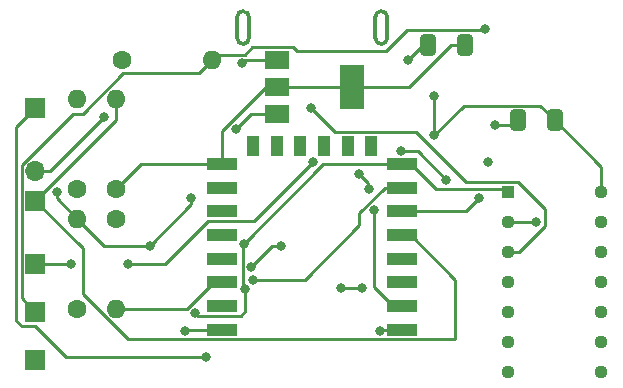
<source format=gbr>
%TF.GenerationSoftware,KiCad,Pcbnew,(6.0.5)*%
%TF.CreationDate,2022-11-09T18:14:35+05:30*%
%TF.ProjectId,USBNightLightV1,5553424e-6967-4687-944c-696768745631,rev?*%
%TF.SameCoordinates,Original*%
%TF.FileFunction,Copper,L2,Bot*%
%TF.FilePolarity,Positive*%
%FSLAX46Y46*%
G04 Gerber Fmt 4.6, Leading zero omitted, Abs format (unit mm)*
G04 Created by KiCad (PCBNEW (6.0.5)) date 2022-11-09 18:14:35*
%MOMM*%
%LPD*%
G01*
G04 APERTURE LIST*
G04 Aperture macros list*
%AMRoundRect*
0 Rectangle with rounded corners*
0 $1 Rounding radius*
0 $2 $3 $4 $5 $6 $7 $8 $9 X,Y pos of 4 corners*
0 Add a 4 corners polygon primitive as box body*
4,1,4,$2,$3,$4,$5,$6,$7,$8,$9,$2,$3,0*
0 Add four circle primitives for the rounded corners*
1,1,$1+$1,$2,$3*
1,1,$1+$1,$4,$5*
1,1,$1+$1,$6,$7*
1,1,$1+$1,$8,$9*
0 Add four rect primitives between the rounded corners*
20,1,$1+$1,$2,$3,$4,$5,0*
20,1,$1+$1,$4,$5,$6,$7,0*
20,1,$1+$1,$6,$7,$8,$9,0*
20,1,$1+$1,$8,$9,$2,$3,0*%
G04 Aperture macros list end*
%TA.AperFunction,EtchedComponent*%
%ADD10C,0.300000*%
%TD*%
%TA.AperFunction,SMDPad,CuDef*%
%ADD11RoundRect,0.250000X0.412500X0.650000X-0.412500X0.650000X-0.412500X-0.650000X0.412500X-0.650000X0*%
%TD*%
%TA.AperFunction,ComponentPad*%
%ADD12R,1.700000X1.700000*%
%TD*%
%TA.AperFunction,ComponentPad*%
%ADD13O,1.700000X1.700000*%
%TD*%
%TA.AperFunction,ComponentPad*%
%ADD14C,1.600000*%
%TD*%
%TA.AperFunction,ComponentPad*%
%ADD15O,1.600000X1.600000*%
%TD*%
%TA.AperFunction,ComponentPad*%
%ADD16R,1.130000X1.130000*%
%TD*%
%TA.AperFunction,ComponentPad*%
%ADD17C,1.130000*%
%TD*%
%TA.AperFunction,SMDPad,CuDef*%
%ADD18R,2.000000X1.500000*%
%TD*%
%TA.AperFunction,SMDPad,CuDef*%
%ADD19R,2.000000X3.800000*%
%TD*%
%TA.AperFunction,SMDPad,CuDef*%
%ADD20R,2.500000X1.000000*%
%TD*%
%TA.AperFunction,SMDPad,CuDef*%
%ADD21R,1.000000X1.800000*%
%TD*%
%TA.AperFunction,ViaPad*%
%ADD22C,0.800000*%
%TD*%
%TA.AperFunction,Conductor*%
%ADD23C,0.250000*%
%TD*%
G04 APERTURE END LIST*
D10*
%TO.C,J1*%
X137219025Y-71296100D02*
X137219025Y-69496100D01*
X148919025Y-71296100D02*
X148919025Y-69496100D01*
X138219025Y-69496100D02*
X138219025Y-71296100D01*
X149919025Y-69496100D02*
X149919025Y-71296100D01*
X148919025Y-71296100D02*
G75*
G03*
X149419025Y-71796100I500001J1D01*
G01*
X137719025Y-71796100D02*
G75*
G03*
X138219025Y-71296100I0J500000D01*
G01*
X149419025Y-68996100D02*
G75*
G03*
X148919025Y-69496100I1J-500001D01*
G01*
X149919025Y-69496100D02*
G75*
G03*
X149419025Y-68996100I-500001J-1D01*
G01*
X137219025Y-71296100D02*
G75*
G03*
X137719025Y-71796100I500000J0D01*
G01*
X149419025Y-71796100D02*
G75*
G03*
X149919025Y-71296100I-1J500001D01*
G01*
X137719025Y-68996100D02*
G75*
G03*
X137219025Y-69496100I0J-500000D01*
G01*
X138219025Y-69496100D02*
G75*
G03*
X137719025Y-68996100I-500000J0D01*
G01*
%TD*%
D11*
%TO.P,C2,1*%
%TO.N,3.3V*%
X156502500Y-71882000D03*
%TO.P,C2,2*%
%TO.N,GND*%
X153377500Y-71882000D03*
%TD*%
%TO.P,C1,1*%
%TO.N,VCC*%
X164122500Y-78232000D03*
%TO.P,C1,2*%
%TO.N,GND*%
X160997500Y-78232000D03*
%TD*%
D12*
%TO.P,J5,1,Pin_1*%
%TO.N,GPIO0*%
X120142000Y-85095000D03*
D13*
%TO.P,J5,2,Pin_2*%
%TO.N,GND*%
X120142000Y-82555000D03*
%TD*%
D14*
%TO.P,R3,1*%
%TO.N,3.3V*%
X127000000Y-84074000D03*
D15*
%TO.P,R3,2*%
%TO.N,GPIO0*%
X127000000Y-76454000D03*
%TD*%
D12*
%TO.P,J4,1,Pin_1*%
%TO.N,Net-(J4-Pad1)*%
X120142000Y-94488000D03*
%TD*%
D16*
%TO.P,IC1,1,1~{OE}*%
%TO.N,GND*%
X160114000Y-84328000D03*
D17*
%TO.P,IC1,2,1A*%
%TO.N,DataI{slash}P*%
X160114000Y-86868000D03*
%TO.P,IC1,3,1Y*%
%TO.N,DataO{slash}P*%
X160114000Y-89408000D03*
%TO.P,IC1,4,2~{OE}*%
%TO.N,unconnected-(IC1-Pad4)*%
X160114000Y-91948000D03*
%TO.P,IC1,5,2A*%
%TO.N,unconnected-(IC1-Pad5)*%
X160114000Y-94488000D03*
%TO.P,IC1,6,2Y*%
%TO.N,unconnected-(IC1-Pad6)*%
X160114000Y-97028000D03*
%TO.P,IC1,7,GND*%
%TO.N,GND*%
X160114000Y-99568000D03*
%TO.P,IC1,8,3Y*%
%TO.N,unconnected-(IC1-Pad8)*%
X168054000Y-99568000D03*
%TO.P,IC1,9,3A*%
%TO.N,unconnected-(IC1-Pad9)*%
X168054000Y-97028000D03*
%TO.P,IC1,10,3~{OE}*%
%TO.N,unconnected-(IC1-Pad10)*%
X168054000Y-94488000D03*
%TO.P,IC1,11,4Y*%
%TO.N,unconnected-(IC1-Pad11)*%
X168054000Y-91948000D03*
%TO.P,IC1,12,4A*%
%TO.N,unconnected-(IC1-Pad12)*%
X168054000Y-89408000D03*
%TO.P,IC1,13,4~{OE}*%
%TO.N,unconnected-(IC1-Pad13)*%
X168054000Y-86868000D03*
%TO.P,IC1,14,VCC*%
%TO.N,VCC*%
X168054000Y-84328000D03*
%TD*%
D12*
%TO.P,J3,1,Pin_1*%
%TO.N,Net-(J3-Pad1)*%
X120142000Y-90424000D03*
%TD*%
D14*
%TO.P,R4,1*%
%TO.N,Net-(R4-Pad1)*%
X123698000Y-94234000D03*
D15*
%TO.P,R4,2*%
%TO.N,GND*%
X123698000Y-86614000D03*
%TD*%
D12*
%TO.P,J2,1,Pin_1*%
%TO.N,Net-(J2-Pad1)*%
X120142000Y-77216000D03*
%TD*%
D14*
%TO.P,R2,1*%
%TO.N,3.3V*%
X123698000Y-84074000D03*
D15*
%TO.P,R2,2*%
%TO.N,Net-(R2-Pad2)*%
X123698000Y-76454000D03*
%TD*%
D14*
%TO.P,R5,1*%
%TO.N,3.3V*%
X127508000Y-73152000D03*
D15*
%TO.P,R5,2*%
%TO.N,Net-(J4-Pad1)*%
X135128000Y-73152000D03*
%TD*%
D12*
%TO.P,J6,1,Pin_1*%
%TO.N,DataI{slash}P*%
X120142000Y-98552000D03*
%TD*%
D14*
%TO.P,R1,1*%
%TO.N,3.3V*%
X127000000Y-86614000D03*
D15*
%TO.P,R1,2*%
%TO.N,Net-(R1-Pad2)*%
X127000000Y-94234000D03*
%TD*%
D18*
%TO.P,U2,1,GND*%
%TO.N,GND*%
X140614000Y-77738000D03*
%TO.P,U2,2,VO*%
%TO.N,3.3V*%
X140614000Y-75438000D03*
D19*
X146914000Y-75438000D03*
D18*
%TO.P,U2,3,VI*%
%TO.N,VCC*%
X140614000Y-73138000D03*
%TD*%
D20*
%TO.P,U1,1,~{RST}*%
%TO.N,Net-(R2-Pad2)*%
X135969000Y-95963000D03*
%TO.P,U1,2,ADC*%
%TO.N,unconnected-(U1-Pad2)*%
X135969000Y-93963000D03*
%TO.P,U1,3,EN*%
%TO.N,Net-(R1-Pad2)*%
X135969000Y-91963000D03*
%TO.P,U1,4,GPIO16*%
%TO.N,unconnected-(U1-Pad4)*%
X135969000Y-89963000D03*
%TO.P,U1,5,GPIO14*%
%TO.N,unconnected-(U1-Pad5)*%
X135969000Y-87963000D03*
%TO.P,U1,6,GPIO12*%
%TO.N,unconnected-(U1-Pad6)*%
X135969000Y-85963000D03*
%TO.P,U1,7,GPIO13*%
%TO.N,unconnected-(U1-Pad7)*%
X135969000Y-83963000D03*
%TO.P,U1,8,VCC*%
%TO.N,3.3V*%
X135969000Y-81963000D03*
D21*
%TO.P,U1,9,CS0*%
%TO.N,unconnected-(U1-Pad9)*%
X138569000Y-80463000D03*
%TO.P,U1,10,MISO*%
%TO.N,unconnected-(U1-Pad10)*%
X140569000Y-80463000D03*
%TO.P,U1,11,GPIO9*%
%TO.N,unconnected-(U1-Pad11)*%
X142569000Y-80463000D03*
%TO.P,U1,12,GPIO10*%
%TO.N,unconnected-(U1-Pad12)*%
X144569000Y-80463000D03*
%TO.P,U1,13,MOSI*%
%TO.N,unconnected-(U1-Pad13)*%
X146569000Y-80463000D03*
%TO.P,U1,14,SCLK*%
%TO.N,unconnected-(U1-Pad14)*%
X148569000Y-80463000D03*
D20*
%TO.P,U1,15,GND*%
%TO.N,GND*%
X151169000Y-81963000D03*
%TO.P,U1,16,GPIO15*%
%TO.N,Net-(R4-Pad1)*%
X151169000Y-83963000D03*
%TO.P,U1,17,GPIO2*%
%TO.N,Net-(J4-Pad1)*%
X151169000Y-85963000D03*
%TO.P,U1,18,GPIO0*%
%TO.N,GPIO0*%
X151169000Y-87963000D03*
%TO.P,U1,19,GPIO4*%
%TO.N,unconnected-(U1-Pad19)*%
X151169000Y-89963000D03*
%TO.P,U1,20,GPIO5*%
%TO.N,unconnected-(U1-Pad20)*%
X151169000Y-91963000D03*
%TO.P,U1,21,GPIO3/RXD*%
%TO.N,Net-(J3-Pad1)*%
X151169000Y-93963000D03*
%TO.P,U1,22,GPIO1/TXD*%
%TO.N,Net-(J2-Pad1)*%
X151169000Y-95963000D03*
%TD*%
D22*
%TO.N,GND*%
X159060000Y-78650000D03*
%TO.N,Net-(J4-Pad1)*%
X158170000Y-70510000D03*
%TO.N,GND*%
X151675900Y-73146100D03*
%TO.N,VCC*%
X137668000Y-73406000D03*
X153924000Y-76200000D03*
X153924000Y-79502000D03*
%TO.N,GND*%
X137774162Y-88689269D03*
X133350000Y-84836000D03*
X121926799Y-84334799D03*
X137160000Y-78994000D03*
X125984000Y-77978000D03*
X133667312Y-94539286D03*
X129809989Y-88900000D03*
X137922000Y-92563989D03*
%TO.N,DataO{slash}P*%
X143510000Y-77216000D03*
%TO.N,Net-(D5-Pad4)*%
X151130000Y-80863498D03*
X154940000Y-83312000D03*
%TO.N,Net-(D6-Pad4)*%
X140970000Y-88900000D03*
X138430000Y-90678000D03*
%TO.N,Net-(D8-Pad4)*%
X147818011Y-92456000D03*
X146050000Y-92456000D03*
%TO.N,DataI{slash}P*%
X162560000Y-86868000D03*
%TO.N,Net-(J2-Pad1)*%
X134620000Y-98298000D03*
X149352000Y-96063011D03*
%TO.N,Net-(J3-Pad1)*%
X148340299Y-84078299D03*
X123190000Y-90424000D03*
X143624850Y-81813982D03*
X148844000Y-85852000D03*
X147569701Y-82799701D03*
X128016000Y-90424000D03*
%TO.N,Net-(J4-Pad1)*%
X158462201Y-81821799D03*
X157734000Y-84836000D03*
%TO.N,Net-(R2-Pad2)*%
X132842000Y-96063011D03*
%TO.N,Net-(R4-Pad1)*%
X138528649Y-91769646D03*
%TD*%
D23*
%TO.N,VCC*%
X156418520Y-77007480D02*
X153924000Y-79502000D01*
X164122500Y-78232000D02*
X162897980Y-77007480D01*
X162897980Y-77007480D02*
X156418520Y-77007480D01*
X168054000Y-82163500D02*
X168054000Y-84328000D01*
X164122500Y-78232000D02*
X168054000Y-82163500D01*
%TO.N,3.3V*%
X151742000Y-75438000D02*
X146914000Y-75438000D01*
X155298000Y-71882000D02*
X151742000Y-75438000D01*
X156502500Y-71882000D02*
X155298000Y-71882000D01*
%TO.N,GND*%
X160579500Y-78650000D02*
X160997500Y-78232000D01*
X159060000Y-78650000D02*
X160579500Y-78650000D01*
%TO.N,Net-(J4-Pad1)*%
X158068000Y-70612000D02*
X158170000Y-70510000D01*
X157861717Y-70612000D02*
X158068000Y-70612000D01*
%TO.N,GND*%
X153377500Y-71882000D02*
X152940000Y-71882000D01*
X152940000Y-71882000D02*
X151675900Y-73146100D01*
%TO.N,VCC*%
X153924000Y-79502000D02*
X153924000Y-76200000D01*
X140614000Y-73138000D02*
X137936000Y-73138000D01*
X137936000Y-73138000D02*
X137668000Y-73406000D01*
%TO.N,GND*%
X137705489Y-88757942D02*
X137705489Y-92347478D01*
X129809989Y-88900000D02*
X125984000Y-88900000D01*
X159860000Y-84074000D02*
X160114000Y-84328000D01*
X121926799Y-84842799D02*
X121926799Y-84334799D01*
X121407000Y-82555000D02*
X125984000Y-77978000D01*
X133350000Y-85359989D02*
X129809989Y-88900000D01*
X133350000Y-84836000D02*
X133350000Y-85359989D01*
X125984000Y-88900000D02*
X123698000Y-86614000D01*
X138416000Y-77738000D02*
X140614000Y-77738000D01*
X144500431Y-81963000D02*
X137774162Y-88689269D01*
X151169000Y-81963000D02*
X151919000Y-81963000D01*
X120142000Y-82555000D02*
X121407000Y-82555000D01*
X137774162Y-88689269D02*
X137705489Y-88757942D01*
X137543511Y-94787511D02*
X133915537Y-94787511D01*
X133915537Y-94787511D02*
X133667312Y-94539286D01*
X123698000Y-86614000D02*
X121926799Y-84842799D01*
X137922000Y-92563989D02*
X137922000Y-94409022D01*
X137705489Y-92347478D02*
X137922000Y-92563989D01*
X137160000Y-78994000D02*
X138416000Y-77738000D01*
X151919000Y-81963000D02*
X154030000Y-84074000D01*
X151169000Y-81963000D02*
X144500431Y-81963000D01*
X154030000Y-84074000D02*
X159860000Y-84074000D01*
X137922000Y-94409022D02*
X137543511Y-94787511D01*
%TO.N,3.3V*%
X139691386Y-75438000D02*
X140614000Y-75438000D01*
X135969000Y-79160386D02*
X139691386Y-75438000D01*
X135969000Y-81963000D02*
X135969000Y-79160386D01*
X127000000Y-84074000D02*
X129111000Y-81963000D01*
X140614000Y-75438000D02*
X146914000Y-75438000D01*
X129111000Y-81963000D02*
X135969000Y-81963000D01*
%TO.N,DataO{slash}P*%
X161044614Y-89408000D02*
X160114000Y-89408000D01*
X156590489Y-83438489D02*
X161003511Y-83438489D01*
X152390489Y-79238489D02*
X156590489Y-83438489D01*
X143510000Y-77216000D02*
X145532489Y-79238489D01*
X161003511Y-83438489D02*
X163284511Y-85719489D01*
X163284511Y-85719489D02*
X163284511Y-87168103D01*
X163284511Y-87168103D02*
X161044614Y-89408000D01*
X145532489Y-79238489D02*
X152390489Y-79238489D01*
%TO.N,Net-(D5-Pad4)*%
X151130000Y-80863498D02*
X152491498Y-80863498D01*
X152491498Y-80863498D02*
X154940000Y-83312000D01*
%TO.N,Net-(D6-Pad4)*%
X140208000Y-88900000D02*
X138430000Y-90678000D01*
X140970000Y-88900000D02*
X140208000Y-88900000D01*
%TO.N,Net-(D8-Pad4)*%
X147818011Y-92456000D02*
X146050000Y-92456000D01*
%TO.N,DataI{slash}P*%
X162560000Y-86868000D02*
X160114000Y-86868000D01*
%TO.N,Net-(J2-Pad1)*%
X149452011Y-95963000D02*
X149352000Y-96063011D01*
X134620000Y-98298000D02*
X122745022Y-98298000D01*
X122745022Y-98298000D02*
X120109533Y-95662511D01*
X118967489Y-95662511D02*
X118517969Y-95212991D01*
X118517969Y-78840031D02*
X120142000Y-77216000D01*
X151169000Y-95963000D02*
X149452011Y-95963000D01*
X120109533Y-95662511D02*
X118967489Y-95662511D01*
X118517969Y-95212991D02*
X118517969Y-78840031D01*
%TO.N,Net-(J3-Pad1)*%
X148844000Y-92388000D02*
X148844000Y-85852000D01*
X150419000Y-93963000D02*
X148844000Y-92388000D01*
X148336000Y-83566000D02*
X148336000Y-84074000D01*
X131108978Y-90424000D02*
X134745467Y-86787511D01*
X151169000Y-93963000D02*
X150419000Y-93963000D01*
X134745467Y-86787511D02*
X138651321Y-86787511D01*
X120142000Y-90424000D02*
X123190000Y-90424000D01*
X138651321Y-86787511D02*
X143624850Y-81813982D01*
X147569701Y-82799701D02*
X148336000Y-83566000D01*
X148336000Y-84074000D02*
X148340299Y-84078299D01*
X128016000Y-90424000D02*
X131108978Y-90424000D01*
%TO.N,Net-(J4-Pad1)*%
X123311990Y-77724000D02*
X124139700Y-77724000D01*
X156607000Y-85963000D02*
X157734000Y-84836000D01*
X137884511Y-72681489D02*
X135598511Y-72681489D01*
X141938511Y-72063489D02*
X138502511Y-72063489D01*
X157861717Y-70612000D02*
X151638000Y-70612000D01*
X118967489Y-93313489D02*
X118967489Y-82068501D01*
X124139700Y-77724000D02*
X127587189Y-74276511D01*
X138502511Y-72063489D02*
X137884511Y-72681489D01*
X120142000Y-94488000D02*
X118967489Y-93313489D01*
X118967489Y-82068501D02*
X123311990Y-77724000D01*
X142265022Y-72390000D02*
X141938511Y-72063489D01*
X134003489Y-74276511D02*
X135128000Y-73152000D01*
X127587189Y-74276511D02*
X134003489Y-74276511D01*
X135598511Y-72681489D02*
X135128000Y-73152000D01*
X151169000Y-85963000D02*
X156607000Y-85963000D01*
X149860000Y-72390000D02*
X142265022Y-72390000D01*
X151638000Y-70612000D02*
X149860000Y-72390000D01*
%TO.N,GPIO0*%
X127963222Y-96787522D02*
X124142141Y-92966441D01*
X140693864Y-96787522D02*
X127963222Y-96787522D01*
X140693864Y-96787522D02*
X155688478Y-96787522D01*
X120142000Y-85095000D02*
X127000000Y-78237000D01*
X151169000Y-87963000D02*
X151919000Y-87963000D01*
X155702000Y-96774000D02*
X155702000Y-91746000D01*
X127000000Y-78237000D02*
X127000000Y-76454000D01*
X155688478Y-96787522D02*
X155702000Y-96774000D01*
X155702000Y-91746000D02*
X151919000Y-87963000D01*
X124142141Y-92966441D02*
X124142141Y-89095141D01*
X124142141Y-89095141D02*
X120142000Y-85095000D01*
%TO.N,Net-(R1-Pad2)*%
X132948000Y-94234000D02*
X127000000Y-94234000D01*
X135219000Y-91963000D02*
X132948000Y-94234000D01*
X135969000Y-91963000D02*
X135219000Y-91963000D01*
%TO.N,Net-(R2-Pad2)*%
X132942011Y-95963000D02*
X132842000Y-96063011D01*
X135969000Y-95963000D02*
X132942011Y-95963000D01*
%TO.N,Net-(R4-Pad1)*%
X142926354Y-91769646D02*
X147574000Y-87122000D01*
X149708386Y-83963000D02*
X151169000Y-83963000D01*
X147574000Y-87122000D02*
X147574000Y-86097386D01*
X147574000Y-86097386D02*
X149708386Y-83963000D01*
X138528649Y-91769646D02*
X142926354Y-91769646D01*
%TD*%
M02*

</source>
